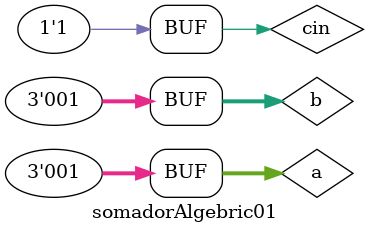
<source format=v>

`include "publico.v"

module somadorAlgebric01();
	reg [2:0]a;
	reg [2:0]b;
	wire [2:0]cout;
	wire [2:0]s;
	wire [2:0]p;
	wire x;
	wire y;
	reg cin;
	
	entradaB EN1(p[0], b[0], cin);
	entradaB EN2(p[1], b[1], cin);
	entradaB EN3(p[2], b[2], cin);
	
	fullAdder FA1(s[0], cout[0], a[0], p[0], cin);
	fullAdder FA2(s[1], cout[1], a[1], p[1], cout[0]);
	fullAdder FA3(s[2], cout[2], a[2], p[2], cout[1]);
	
	xor XOR1(x, cout[2], cin);
	nor NOR1(y, s[0], s[0], s[1], s[2]);

	initial begin
			a=3'b000; b=3'b000; cin=0;
		$display("Exemplo0032 - Djonatas Tulio Rodrigues Costa - 440954");
		$display("Somador algebrico para calcular a soma e a subtracao c/ flag\n");
		$display("  a    +    b   =   s    carry  flag\n");
		$monitor("%b(%d) + %b(%d) = %b(%d) --- %b  --- %b", a, a, b, b, s, s, x, y);
			#1 a=3'b101; b=3'b011;
			#1 a=3'b010; b=3'b110;
			#1 a=3'b011; b=3'b100;
			#1 a=3'b100; b=3'b010;
			#1 a=3'b101; b=3'b001;
			#1 a=3'b110; b=3'b001;
			#1 a=3'b111; b=3'b000;
			#1 a=3'b011; b=3'b011;
			#1 a=3'b100; b=3'b010;
			#1 a=3'b001; b=3'b001;
			#1 a=3'b110; b=3'b100;
			#1 a=3'b001; b=3'b001;
			#1 a=3'b010; b=3'b010;
			#1 a=3'b001; b=3'b001;

			#1 a=3'b000; b=3'b000;cin=1;
		$display("\n  a    -    b   =   s    carry  flag\n");
		$monitor("%b(%d) - %b(%d) = %b(%d) --- %b  --- %b", a, a, b, b, s, s, x, y);
			#1 a=3'b101; b=3'b011;
			#1 a=3'b010; b=3'b110;
			#1 a=3'b011; b=3'b100;
			#1 a=3'b100; b=3'b010;
			#1 a=3'b101; b=3'b001;
			#1 a=3'b110; b=3'b001;
			#1 a=3'b111; b=3'b000;
			#1 a=3'b011; b=3'b011;
			#1 a=3'b100; b=3'b010;
			#1 a=3'b001; b=3'b001;
			#1 a=3'b110; b=3'b100;
			#1 a=3'b001; b=3'b001;
			#1 a=3'b010; b=3'b010;
			#1 a=3'b001; b=3'b001;
	end
	
endmodule // somadorAlgebrico01
</source>
